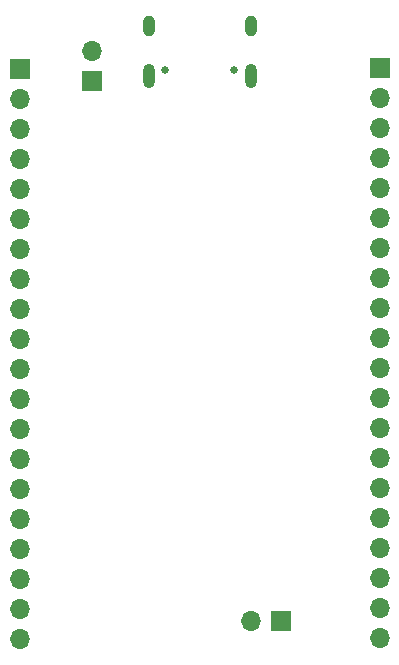
<source format=gbr>
%TF.GenerationSoftware,KiCad,Pcbnew,8.0.2*%
%TF.CreationDate,2024-06-21T23:47:16-04:00*%
%TF.ProjectId,RP2040 Custom,52503230-3430-4204-9375-73746f6d2e6b,rev?*%
%TF.SameCoordinates,Original*%
%TF.FileFunction,Soldermask,Bot*%
%TF.FilePolarity,Negative*%
%FSLAX46Y46*%
G04 Gerber Fmt 4.6, Leading zero omitted, Abs format (unit mm)*
G04 Created by KiCad (PCBNEW 8.0.2) date 2024-06-21 23:47:16*
%MOMM*%
%LPD*%
G01*
G04 APERTURE LIST*
%ADD10R,1.700000X1.700000*%
%ADD11O,1.700000X1.700000*%
%ADD12C,0.650000*%
%ADD13O,1.000000X2.100000*%
%ADD14O,1.000000X1.800000*%
G04 APERTURE END LIST*
D10*
%TO.C,J5*%
X146558000Y-94996000D03*
D11*
X144018000Y-94996000D03*
%TD*%
D10*
%TO.C,J4*%
X130556000Y-49276000D03*
D11*
X130556000Y-46736000D03*
%TD*%
D10*
%TO.C,J2*%
X124460000Y-48260000D03*
D11*
X124460000Y-50800000D03*
X124460000Y-53340000D03*
X124460000Y-55880000D03*
X124460000Y-58420000D03*
X124460000Y-60960000D03*
X124460000Y-63500000D03*
X124460000Y-66040000D03*
X124460000Y-68580000D03*
X124460000Y-71120000D03*
X124460000Y-73660000D03*
X124460000Y-76200000D03*
X124460000Y-78740000D03*
X124460000Y-81280000D03*
X124460000Y-83820000D03*
X124460000Y-86360000D03*
X124460000Y-88900000D03*
X124460000Y-91440000D03*
X124460000Y-93980000D03*
X124460000Y-96520000D03*
%TD*%
D10*
%TO.C,J1*%
X154940000Y-48133000D03*
D11*
X154940000Y-50673000D03*
X154940000Y-53213000D03*
X154940000Y-55753000D03*
X154940000Y-58293000D03*
X154940000Y-60833000D03*
X154940000Y-63373000D03*
X154940000Y-65913000D03*
X154940000Y-68453000D03*
X154940000Y-70993000D03*
X154940000Y-73533000D03*
X154940000Y-76073000D03*
X154940000Y-78613000D03*
X154940000Y-81153000D03*
X154940000Y-83693000D03*
X154940000Y-86233000D03*
X154940000Y-88773000D03*
X154940000Y-91313000D03*
X154940000Y-93853000D03*
X154940000Y-96393000D03*
%TD*%
D12*
%TO.C,J1*%
X142590000Y-48325000D03*
X136810000Y-48325000D03*
D13*
X144020000Y-48845000D03*
D14*
X144020000Y-44645000D03*
D13*
X135380000Y-48845000D03*
D14*
X135380000Y-44645000D03*
%TD*%
M02*

</source>
